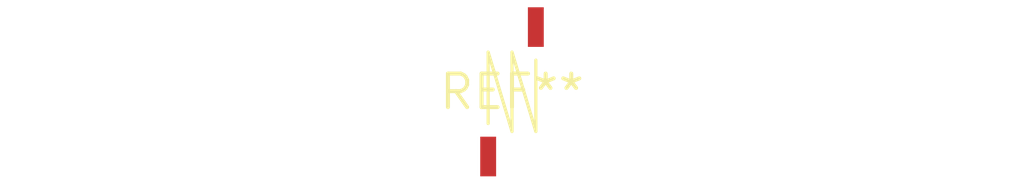
<source format=kicad_pcb>
(kicad_pcb (version 20240108) (generator pcbnew)
  (layers (0 "F.Cu" signal) (31 "B.Cu" signal) (34 "B.Paste" user) (35 "F.Paste" user) (36 "B.SilkS" user "B.Silkscreen") (37 "F.SilkS" user "F.Silkscreen") (38 "B.Mask" user) (39 "F.Mask" user) (44 "Edge.Cuts" user))
  (net 0 "")
  (footprint "L_Neosid_Air-Coil_SML_2turn_HAM0231A" (layer "F.Cu") (at 0 0)
    (property "Reference" "REF**")
    (property "Value" "L_Neosid_Air-Coil_SML_2turn_HAM0231A")
    (fp_line (start -0.9 -1.5) (end 0 1.5) (layer "F.SilkS") (stroke (width 0.12)))
    (fp_line (start -0.9 1.2) (end -0.9 -1.5) (layer "F.SilkS") (stroke (width 0.12)))
    (fp_line (start 0 -1.5) (end 0.9 1.5) (layer "F.SilkS") (stroke (width 0.12)))
    (fp_line (start 0 1.5) (end 0 -1.5) (layer "F.SilkS") (stroke (width 0.12)))
    (fp_line (start 0.9 -1.2) (end 0.9 1.5) (layer "F.SilkS") (stroke (width 0.12)))
    (pad "1" smd rect (at -0.9 2.45) (size 0.6 1.5) (layers "F.Cu" "F.Paste" "F.Mask"))
    (pad "2" smd rect (at 0.9 -2.45) (size 0.6 1.5) (layers "F.Cu" "F.Paste" "F.Mask"))
  )
)
</source>
